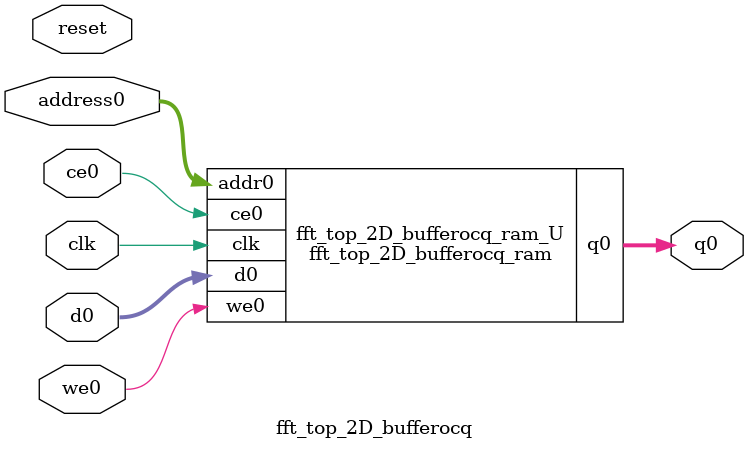
<source format=v>
`timescale 1 ns / 1 ps
module fft_top_2D_bufferocq_ram (addr0, ce0, d0, we0, q0,  clk);

parameter DWIDTH = 64;
parameter AWIDTH = 7;
parameter MEM_SIZE = 128;

input[AWIDTH-1:0] addr0;
input ce0;
input[DWIDTH-1:0] d0;
input we0;
output reg[DWIDTH-1:0] q0;
input clk;

(* ram_style = "block" *)reg [DWIDTH-1:0] ram[0:MEM_SIZE-1];




always @(posedge clk)  
begin 
    if (ce0) begin
        if (we0) 
            ram[addr0] <= d0; 
        q0 <= ram[addr0];
    end
end


endmodule

`timescale 1 ns / 1 ps
module fft_top_2D_bufferocq(
    reset,
    clk,
    address0,
    ce0,
    we0,
    d0,
    q0);

parameter DataWidth = 32'd64;
parameter AddressRange = 32'd128;
parameter AddressWidth = 32'd7;
input reset;
input clk;
input[AddressWidth - 1:0] address0;
input ce0;
input we0;
input[DataWidth - 1:0] d0;
output[DataWidth - 1:0] q0;



fft_top_2D_bufferocq_ram fft_top_2D_bufferocq_ram_U(
    .clk( clk ),
    .addr0( address0 ),
    .ce0( ce0 ),
    .we0( we0 ),
    .d0( d0 ),
    .q0( q0 ));

endmodule


</source>
